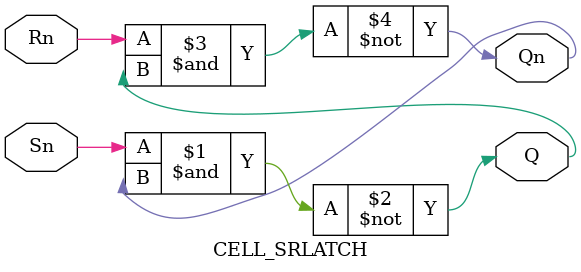
<source format=v>


module CELL_SRLATCH ( Q, Qn, Rn, Sn );

  output Qn;
  output Q;
  input Rn;
  input Sn;

  wire Qn, Q, Rn, Sn;
  
  assign #1 Q = ~(Sn & Qn);
  assign #1 Qn = ~(Rn & Q);

endmodule

</source>
